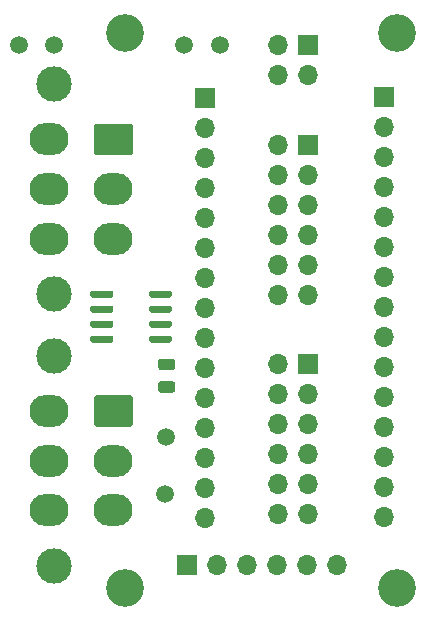
<source format=gbr>
G04 #@! TF.GenerationSoftware,KiCad,Pcbnew,(5.1.9)-1*
G04 #@! TF.CreationDate,2021-11-06T09:49:11-06:00*
G04 #@! TF.ProjectId,ABSIS_Nano,41425349-535f-44e6-916e-6f2e6b696361,1*
G04 #@! TF.SameCoordinates,Original*
G04 #@! TF.FileFunction,Soldermask,Top*
G04 #@! TF.FilePolarity,Negative*
%FSLAX46Y46*%
G04 Gerber Fmt 4.6, Leading zero omitted, Abs format (unit mm)*
G04 Created by KiCad (PCBNEW (5.1.9)-1) date 2021-11-06 09:49:11*
%MOMM*%
%LPD*%
G01*
G04 APERTURE LIST*
%ADD10C,1.500000*%
%ADD11R,1.700000X1.700000*%
%ADD12O,1.700000X1.700000*%
%ADD13C,3.000000*%
%ADD14O,3.300000X2.700000*%
%ADD15C,3.200000*%
G04 APERTURE END LIST*
G36*
G01*
X131810000Y-91565000D02*
X131810000Y-91865000D01*
G75*
G02*
X131660000Y-92015000I-150000J0D01*
G01*
X130010000Y-92015000D01*
G75*
G02*
X129860000Y-91865000I0J150000D01*
G01*
X129860000Y-91565000D01*
G75*
G02*
X130010000Y-91415000I150000J0D01*
G01*
X131660000Y-91415000D01*
G75*
G02*
X131810000Y-91565000I0J-150000D01*
G01*
G37*
G36*
G01*
X131810000Y-90295000D02*
X131810000Y-90595000D01*
G75*
G02*
X131660000Y-90745000I-150000J0D01*
G01*
X130010000Y-90745000D01*
G75*
G02*
X129860000Y-90595000I0J150000D01*
G01*
X129860000Y-90295000D01*
G75*
G02*
X130010000Y-90145000I150000J0D01*
G01*
X131660000Y-90145000D01*
G75*
G02*
X131810000Y-90295000I0J-150000D01*
G01*
G37*
G36*
G01*
X131810000Y-89025000D02*
X131810000Y-89325000D01*
G75*
G02*
X131660000Y-89475000I-150000J0D01*
G01*
X130010000Y-89475000D01*
G75*
G02*
X129860000Y-89325000I0J150000D01*
G01*
X129860000Y-89025000D01*
G75*
G02*
X130010000Y-88875000I150000J0D01*
G01*
X131660000Y-88875000D01*
G75*
G02*
X131810000Y-89025000I0J-150000D01*
G01*
G37*
G36*
G01*
X131810000Y-87755000D02*
X131810000Y-88055000D01*
G75*
G02*
X131660000Y-88205000I-150000J0D01*
G01*
X130010000Y-88205000D01*
G75*
G02*
X129860000Y-88055000I0J150000D01*
G01*
X129860000Y-87755000D01*
G75*
G02*
X130010000Y-87605000I150000J0D01*
G01*
X131660000Y-87605000D01*
G75*
G02*
X131810000Y-87755000I0J-150000D01*
G01*
G37*
G36*
G01*
X136760000Y-87755000D02*
X136760000Y-88055000D01*
G75*
G02*
X136610000Y-88205000I-150000J0D01*
G01*
X134960000Y-88205000D01*
G75*
G02*
X134810000Y-88055000I0J150000D01*
G01*
X134810000Y-87755000D01*
G75*
G02*
X134960000Y-87605000I150000J0D01*
G01*
X136610000Y-87605000D01*
G75*
G02*
X136760000Y-87755000I0J-150000D01*
G01*
G37*
G36*
G01*
X136760000Y-89025000D02*
X136760000Y-89325000D01*
G75*
G02*
X136610000Y-89475000I-150000J0D01*
G01*
X134960000Y-89475000D01*
G75*
G02*
X134810000Y-89325000I0J150000D01*
G01*
X134810000Y-89025000D01*
G75*
G02*
X134960000Y-88875000I150000J0D01*
G01*
X136610000Y-88875000D01*
G75*
G02*
X136760000Y-89025000I0J-150000D01*
G01*
G37*
G36*
G01*
X136760000Y-90295000D02*
X136760000Y-90595000D01*
G75*
G02*
X136610000Y-90745000I-150000J0D01*
G01*
X134960000Y-90745000D01*
G75*
G02*
X134810000Y-90595000I0J150000D01*
G01*
X134810000Y-90295000D01*
G75*
G02*
X134960000Y-90145000I150000J0D01*
G01*
X136610000Y-90145000D01*
G75*
G02*
X136760000Y-90295000I0J-150000D01*
G01*
G37*
G36*
G01*
X136760000Y-91565000D02*
X136760000Y-91865000D01*
G75*
G02*
X136610000Y-92015000I-150000J0D01*
G01*
X134960000Y-92015000D01*
G75*
G02*
X134810000Y-91865000I0J150000D01*
G01*
X134810000Y-91565000D01*
G75*
G02*
X134960000Y-91415000I150000J0D01*
G01*
X136610000Y-91415000D01*
G75*
G02*
X136760000Y-91565000I0J-150000D01*
G01*
G37*
D10*
X136182100Y-104825800D03*
X136232900Y-100025200D03*
X126810000Y-66810000D03*
X137810000Y-66810000D03*
X123810000Y-66810000D03*
X140810000Y-66810000D03*
D11*
X148310000Y-66810000D03*
D12*
X145770000Y-66810000D03*
X148310000Y-69350000D03*
X145770000Y-69350000D03*
D13*
X126770000Y-110910000D03*
X126770000Y-93110000D03*
D14*
X126310000Y-106210000D03*
X126310000Y-102010000D03*
X126310000Y-97810000D03*
X131810000Y-106210000D03*
X131810000Y-102010000D03*
G36*
G01*
X130410001Y-96460000D02*
X133209999Y-96460000D01*
G75*
G02*
X133460000Y-96710001I0J-250001D01*
G01*
X133460000Y-98909999D01*
G75*
G02*
X133209999Y-99160000I-250001J0D01*
G01*
X130410001Y-99160000D01*
G75*
G02*
X130160000Y-98909999I0J250001D01*
G01*
X130160000Y-96710001D01*
G75*
G02*
X130410001Y-96460000I250001J0D01*
G01*
G37*
D13*
X126770000Y-87910000D03*
X126770000Y-70110000D03*
D14*
X126310000Y-83210000D03*
X126310000Y-79010000D03*
X126310000Y-74810000D03*
X131810000Y-83210000D03*
X131810000Y-79010000D03*
G36*
G01*
X130410001Y-73460000D02*
X133209999Y-73460000D01*
G75*
G02*
X133460000Y-73710001I0J-250001D01*
G01*
X133460000Y-75909999D01*
G75*
G02*
X133209999Y-76160000I-250001J0D01*
G01*
X130410001Y-76160000D01*
G75*
G02*
X130160000Y-75909999I0J250001D01*
G01*
X130160000Y-73710001D01*
G75*
G02*
X130410001Y-73460000I250001J0D01*
G01*
G37*
G36*
G01*
X136785000Y-94360000D02*
X135835000Y-94360000D01*
G75*
G02*
X135585000Y-94110000I0J250000D01*
G01*
X135585000Y-93610000D01*
G75*
G02*
X135835000Y-93360000I250000J0D01*
G01*
X136785000Y-93360000D01*
G75*
G02*
X137035000Y-93610000I0J-250000D01*
G01*
X137035000Y-94110000D01*
G75*
G02*
X136785000Y-94360000I-250000J0D01*
G01*
G37*
G36*
G01*
X136785000Y-96260000D02*
X135835000Y-96260000D01*
G75*
G02*
X135585000Y-96010000I0J250000D01*
G01*
X135585000Y-95510000D01*
G75*
G02*
X135835000Y-95260000I250000J0D01*
G01*
X136785000Y-95260000D01*
G75*
G02*
X137035000Y-95510000I0J-250000D01*
G01*
X137035000Y-96010000D01*
G75*
G02*
X136785000Y-96260000I-250000J0D01*
G01*
G37*
D15*
X155810000Y-112810000D03*
X132810000Y-112810000D03*
X155810000Y-65810000D03*
X132810000Y-65810000D03*
D12*
X150710000Y-110810000D03*
X148170000Y-110810000D03*
X145630000Y-110810000D03*
X143090000Y-110810000D03*
X140550000Y-110810000D03*
D11*
X138010000Y-110810000D03*
D12*
X145770000Y-106510000D03*
X148310000Y-106510000D03*
X145770000Y-103970000D03*
X148310000Y-103970000D03*
X145770000Y-101430000D03*
X148310000Y-101430000D03*
X145770000Y-98890000D03*
X148310000Y-98890000D03*
X145770000Y-96350000D03*
X148310000Y-96350000D03*
X145770000Y-93810000D03*
D11*
X148310000Y-93810000D03*
D12*
X145770000Y-88010000D03*
X148310000Y-88010000D03*
X145770000Y-85470000D03*
X148310000Y-85470000D03*
X145770000Y-82930000D03*
X148310000Y-82930000D03*
X145770000Y-80390000D03*
X148310000Y-80390000D03*
X145770000Y-77850000D03*
X148310000Y-77850000D03*
X145770000Y-75310000D03*
D11*
X148310000Y-75310000D03*
D12*
X139547600Y-106883200D03*
X139547600Y-104343200D03*
X139547600Y-101803200D03*
X139547600Y-99263200D03*
X139547600Y-96723200D03*
X139547600Y-94183200D03*
X139547600Y-91643200D03*
X139547600Y-89103200D03*
X139547600Y-86563200D03*
X139547600Y-84023200D03*
X139547600Y-81483200D03*
X139547600Y-78943200D03*
X139547600Y-76403200D03*
X139547600Y-73863200D03*
D11*
X139547600Y-71323200D03*
D12*
X154686000Y-106807000D03*
X154686000Y-104267000D03*
X154686000Y-101727000D03*
X154686000Y-99187000D03*
X154686000Y-96647000D03*
X154686000Y-94107000D03*
X154686000Y-91567000D03*
X154686000Y-89027000D03*
X154686000Y-86487000D03*
X154686000Y-83947000D03*
X154686000Y-81407000D03*
X154686000Y-78867000D03*
X154686000Y-76327000D03*
X154686000Y-73787000D03*
D11*
X154686000Y-71247000D03*
M02*

</source>
